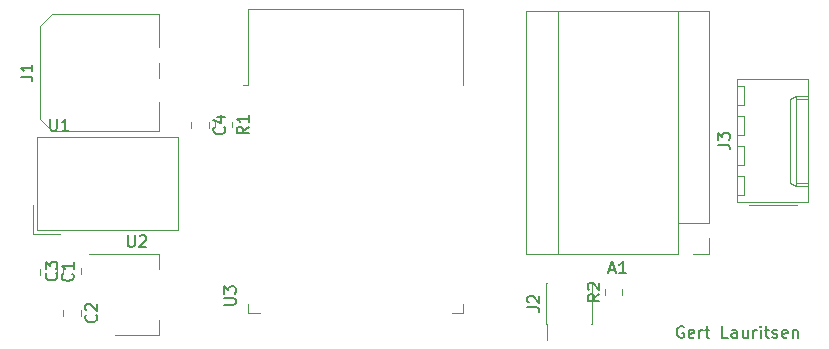
<source format=gbr>
%TF.GenerationSoftware,KiCad,Pcbnew,(6.0.0)*%
%TF.CreationDate,2022-01-25T19:48:24+01:00*%
%TF.ProjectId,ESP32_Blind,45535033-325f-4426-9c69-6e642e6b6963,rev?*%
%TF.SameCoordinates,Original*%
%TF.FileFunction,Legend,Top*%
%TF.FilePolarity,Positive*%
%FSLAX46Y46*%
G04 Gerber Fmt 4.6, Leading zero omitted, Abs format (unit mm)*
G04 Created by KiCad (PCBNEW (6.0.0)) date 2022-01-25 19:48:24*
%MOMM*%
%LPD*%
G01*
G04 APERTURE LIST*
%ADD10C,0.150000*%
%ADD11C,0.120000*%
G04 APERTURE END LIST*
D10*
X150928571Y-98500000D02*
X150833333Y-98452380D01*
X150690476Y-98452380D01*
X150547619Y-98500000D01*
X150452380Y-98595238D01*
X150404761Y-98690476D01*
X150357142Y-98880952D01*
X150357142Y-99023809D01*
X150404761Y-99214285D01*
X150452380Y-99309523D01*
X150547619Y-99404761D01*
X150690476Y-99452380D01*
X150785714Y-99452380D01*
X150928571Y-99404761D01*
X150976190Y-99357142D01*
X150976190Y-99023809D01*
X150785714Y-99023809D01*
X151785714Y-99404761D02*
X151690476Y-99452380D01*
X151500000Y-99452380D01*
X151404761Y-99404761D01*
X151357142Y-99309523D01*
X151357142Y-98928571D01*
X151404761Y-98833333D01*
X151500000Y-98785714D01*
X151690476Y-98785714D01*
X151785714Y-98833333D01*
X151833333Y-98928571D01*
X151833333Y-99023809D01*
X151357142Y-99119047D01*
X152261904Y-99452380D02*
X152261904Y-98785714D01*
X152261904Y-98976190D02*
X152309523Y-98880952D01*
X152357142Y-98833333D01*
X152452380Y-98785714D01*
X152547619Y-98785714D01*
X152738095Y-98785714D02*
X153119047Y-98785714D01*
X152880952Y-98452380D02*
X152880952Y-99309523D01*
X152928571Y-99404761D01*
X153023809Y-99452380D01*
X153119047Y-99452380D01*
X154690476Y-99452380D02*
X154214285Y-99452380D01*
X154214285Y-98452380D01*
X155452380Y-99452380D02*
X155452380Y-98928571D01*
X155404761Y-98833333D01*
X155309523Y-98785714D01*
X155119047Y-98785714D01*
X155023809Y-98833333D01*
X155452380Y-99404761D02*
X155357142Y-99452380D01*
X155119047Y-99452380D01*
X155023809Y-99404761D01*
X154976190Y-99309523D01*
X154976190Y-99214285D01*
X155023809Y-99119047D01*
X155119047Y-99071428D01*
X155357142Y-99071428D01*
X155452380Y-99023809D01*
X156357142Y-98785714D02*
X156357142Y-99452380D01*
X155928571Y-98785714D02*
X155928571Y-99309523D01*
X155976190Y-99404761D01*
X156071428Y-99452380D01*
X156214285Y-99452380D01*
X156309523Y-99404761D01*
X156357142Y-99357142D01*
X156833333Y-99452380D02*
X156833333Y-98785714D01*
X156833333Y-98976190D02*
X156880952Y-98880952D01*
X156928571Y-98833333D01*
X157023809Y-98785714D01*
X157119047Y-98785714D01*
X157452380Y-99452380D02*
X157452380Y-98785714D01*
X157452380Y-98452380D02*
X157404761Y-98500000D01*
X157452380Y-98547619D01*
X157500000Y-98500000D01*
X157452380Y-98452380D01*
X157452380Y-98547619D01*
X157785714Y-98785714D02*
X158166666Y-98785714D01*
X157928571Y-98452380D02*
X157928571Y-99309523D01*
X157976190Y-99404761D01*
X158071428Y-99452380D01*
X158166666Y-99452380D01*
X158452380Y-99404761D02*
X158547619Y-99452380D01*
X158738095Y-99452380D01*
X158833333Y-99404761D01*
X158880952Y-99309523D01*
X158880952Y-99261904D01*
X158833333Y-99166666D01*
X158738095Y-99119047D01*
X158595238Y-99119047D01*
X158500000Y-99071428D01*
X158452380Y-98976190D01*
X158452380Y-98928571D01*
X158500000Y-98833333D01*
X158595238Y-98785714D01*
X158738095Y-98785714D01*
X158833333Y-98833333D01*
X159690476Y-99404761D02*
X159595238Y-99452380D01*
X159404761Y-99452380D01*
X159309523Y-99404761D01*
X159261904Y-99309523D01*
X159261904Y-98928571D01*
X159309523Y-98833333D01*
X159404761Y-98785714D01*
X159595238Y-98785714D01*
X159690476Y-98833333D01*
X159738095Y-98928571D01*
X159738095Y-99023809D01*
X159261904Y-99119047D01*
X160166666Y-98785714D02*
X160166666Y-99452380D01*
X160166666Y-98880952D02*
X160214285Y-98833333D01*
X160309523Y-98785714D01*
X160452380Y-98785714D01*
X160547619Y-98833333D01*
X160595238Y-98928571D01*
X160595238Y-99452380D01*
%TO.C,J2*%
X137717380Y-96883333D02*
X138431666Y-96883333D01*
X138574523Y-96930952D01*
X138669761Y-97026190D01*
X138717380Y-97169047D01*
X138717380Y-97264285D01*
X137812619Y-96454761D02*
X137765000Y-96407142D01*
X137717380Y-96311904D01*
X137717380Y-96073809D01*
X137765000Y-95978571D01*
X137812619Y-95930952D01*
X137907857Y-95883333D01*
X138003095Y-95883333D01*
X138145952Y-95930952D01*
X138717380Y-96502380D01*
X138717380Y-95883333D01*
%TO.C,U2*%
X103888095Y-90752380D02*
X103888095Y-91561904D01*
X103935714Y-91657142D01*
X103983333Y-91704761D01*
X104078571Y-91752380D01*
X104269047Y-91752380D01*
X104364285Y-91704761D01*
X104411904Y-91657142D01*
X104459523Y-91561904D01*
X104459523Y-90752380D01*
X104888095Y-90847619D02*
X104935714Y-90800000D01*
X105030952Y-90752380D01*
X105269047Y-90752380D01*
X105364285Y-90800000D01*
X105411904Y-90847619D01*
X105459523Y-90942857D01*
X105459523Y-91038095D01*
X105411904Y-91180952D01*
X104840476Y-91752380D01*
X105459523Y-91752380D01*
%TO.C,J1*%
X94802380Y-77333333D02*
X95516666Y-77333333D01*
X95659523Y-77380952D01*
X95754761Y-77476190D01*
X95802380Y-77619047D01*
X95802380Y-77714285D01*
X95802380Y-76333333D02*
X95802380Y-76904761D01*
X95802380Y-76619047D02*
X94802380Y-76619047D01*
X94945238Y-76714285D01*
X95040476Y-76809523D01*
X95088095Y-76904761D01*
%TO.C,R1*%
X114102380Y-81579166D02*
X113626190Y-81912500D01*
X114102380Y-82150595D02*
X113102380Y-82150595D01*
X113102380Y-81769642D01*
X113150000Y-81674404D01*
X113197619Y-81626785D01*
X113292857Y-81579166D01*
X113435714Y-81579166D01*
X113530952Y-81626785D01*
X113578571Y-81674404D01*
X113626190Y-81769642D01*
X113626190Y-82150595D01*
X114102380Y-80626785D02*
X114102380Y-81198214D01*
X114102380Y-80912500D02*
X113102380Y-80912500D01*
X113245238Y-81007738D01*
X113340476Y-81102976D01*
X113388095Y-81198214D01*
%TO.C,A1*%
X144635714Y-93706666D02*
X145111904Y-93706666D01*
X144540476Y-93992380D02*
X144873809Y-92992380D01*
X145207142Y-93992380D01*
X146064285Y-93992380D02*
X145492857Y-93992380D01*
X145778571Y-93992380D02*
X145778571Y-92992380D01*
X145683333Y-93135238D01*
X145588095Y-93230476D01*
X145492857Y-93278095D01*
%TO.C,R2*%
X143802380Y-95754166D02*
X143326190Y-96087500D01*
X143802380Y-96325595D02*
X142802380Y-96325595D01*
X142802380Y-95944642D01*
X142850000Y-95849404D01*
X142897619Y-95801785D01*
X142992857Y-95754166D01*
X143135714Y-95754166D01*
X143230952Y-95801785D01*
X143278571Y-95849404D01*
X143326190Y-95944642D01*
X143326190Y-96325595D01*
X142897619Y-95373214D02*
X142850000Y-95325595D01*
X142802380Y-95230357D01*
X142802380Y-94992261D01*
X142850000Y-94897023D01*
X142897619Y-94849404D01*
X142992857Y-94801785D01*
X143088095Y-94801785D01*
X143230952Y-94849404D01*
X143802380Y-95420833D01*
X143802380Y-94801785D01*
%TO.C,U1*%
X97305595Y-80924880D02*
X97305595Y-81734404D01*
X97353214Y-81829642D01*
X97400833Y-81877261D01*
X97496071Y-81924880D01*
X97686547Y-81924880D01*
X97781785Y-81877261D01*
X97829404Y-81829642D01*
X97877023Y-81734404D01*
X97877023Y-80924880D01*
X98877023Y-81924880D02*
X98305595Y-81924880D01*
X98591309Y-81924880D02*
X98591309Y-80924880D01*
X98496071Y-81067738D01*
X98400833Y-81162976D01*
X98305595Y-81210595D01*
%TO.C,J3*%
X153832380Y-83103333D02*
X154546666Y-83103333D01*
X154689523Y-83150952D01*
X154784761Y-83246190D01*
X154832380Y-83389047D01*
X154832380Y-83484285D01*
X153832380Y-82722380D02*
X153832380Y-82103333D01*
X154213333Y-82436666D01*
X154213333Y-82293809D01*
X154260952Y-82198571D01*
X154308571Y-82150952D01*
X154403809Y-82103333D01*
X154641904Y-82103333D01*
X154737142Y-82150952D01*
X154784761Y-82198571D01*
X154832380Y-82293809D01*
X154832380Y-82579523D01*
X154784761Y-82674761D01*
X154737142Y-82722380D01*
%TO.C,C4*%
X112037142Y-81616666D02*
X112084761Y-81664285D01*
X112132380Y-81807142D01*
X112132380Y-81902380D01*
X112084761Y-82045238D01*
X111989523Y-82140476D01*
X111894285Y-82188095D01*
X111703809Y-82235714D01*
X111560952Y-82235714D01*
X111370476Y-82188095D01*
X111275238Y-82140476D01*
X111180000Y-82045238D01*
X111132380Y-81902380D01*
X111132380Y-81807142D01*
X111180000Y-81664285D01*
X111227619Y-81616666D01*
X111465714Y-80759523D02*
X112132380Y-80759523D01*
X111084761Y-80997619D02*
X111799047Y-81235714D01*
X111799047Y-80616666D01*
%TO.C,C3*%
X97827142Y-93966666D02*
X97874761Y-94014285D01*
X97922380Y-94157142D01*
X97922380Y-94252380D01*
X97874761Y-94395238D01*
X97779523Y-94490476D01*
X97684285Y-94538095D01*
X97493809Y-94585714D01*
X97350952Y-94585714D01*
X97160476Y-94538095D01*
X97065238Y-94490476D01*
X96970000Y-94395238D01*
X96922380Y-94252380D01*
X96922380Y-94157142D01*
X96970000Y-94014285D01*
X97017619Y-93966666D01*
X96922380Y-93633333D02*
X96922380Y-93014285D01*
X97303333Y-93347619D01*
X97303333Y-93204761D01*
X97350952Y-93109523D01*
X97398571Y-93061904D01*
X97493809Y-93014285D01*
X97731904Y-93014285D01*
X97827142Y-93061904D01*
X97874761Y-93109523D01*
X97922380Y-93204761D01*
X97922380Y-93490476D01*
X97874761Y-93585714D01*
X97827142Y-93633333D01*
%TO.C,U3*%
X112012380Y-96671904D02*
X112821904Y-96671904D01*
X112917142Y-96624285D01*
X112964761Y-96576666D01*
X113012380Y-96481428D01*
X113012380Y-96290952D01*
X112964761Y-96195714D01*
X112917142Y-96148095D01*
X112821904Y-96100476D01*
X112012380Y-96100476D01*
X112012380Y-95719523D02*
X112012380Y-95100476D01*
X112393333Y-95433809D01*
X112393333Y-95290952D01*
X112440952Y-95195714D01*
X112488571Y-95148095D01*
X112583809Y-95100476D01*
X112821904Y-95100476D01*
X112917142Y-95148095D01*
X112964761Y-95195714D01*
X113012380Y-95290952D01*
X113012380Y-95576666D01*
X112964761Y-95671904D01*
X112917142Y-95719523D01*
%TO.C,C2*%
X101187142Y-97516666D02*
X101234761Y-97564285D01*
X101282380Y-97707142D01*
X101282380Y-97802380D01*
X101234761Y-97945238D01*
X101139523Y-98040476D01*
X101044285Y-98088095D01*
X100853809Y-98135714D01*
X100710952Y-98135714D01*
X100520476Y-98088095D01*
X100425238Y-98040476D01*
X100330000Y-97945238D01*
X100282380Y-97802380D01*
X100282380Y-97707142D01*
X100330000Y-97564285D01*
X100377619Y-97516666D01*
X100377619Y-97135714D02*
X100330000Y-97088095D01*
X100282380Y-96992857D01*
X100282380Y-96754761D01*
X100330000Y-96659523D01*
X100377619Y-96611904D01*
X100472857Y-96564285D01*
X100568095Y-96564285D01*
X100710952Y-96611904D01*
X101282380Y-97183333D01*
X101282380Y-96564285D01*
%TO.C,C1*%
X99187142Y-94016666D02*
X99234761Y-94064285D01*
X99282380Y-94207142D01*
X99282380Y-94302380D01*
X99234761Y-94445238D01*
X99139523Y-94540476D01*
X99044285Y-94588095D01*
X98853809Y-94635714D01*
X98710952Y-94635714D01*
X98520476Y-94588095D01*
X98425238Y-94540476D01*
X98330000Y-94445238D01*
X98282380Y-94302380D01*
X98282380Y-94207142D01*
X98330000Y-94064285D01*
X98377619Y-94016666D01*
X99282380Y-93064285D02*
X99282380Y-93635714D01*
X99282380Y-93350000D02*
X98282380Y-93350000D01*
X98425238Y-93445238D01*
X98520476Y-93540476D01*
X98568095Y-93635714D01*
D11*
%TO.C,J2*%
X139265000Y-94785000D02*
X139330000Y-94785000D01*
X139265000Y-98315000D02*
X139330000Y-98315000D01*
X143130000Y-94785000D02*
X143195000Y-94785000D01*
X139330000Y-99640000D02*
X139330000Y-98315000D01*
X139265000Y-98315000D02*
X139265000Y-94785000D01*
X143130000Y-98315000D02*
X143195000Y-98315000D01*
X143195000Y-98315000D02*
X143195000Y-94785000D01*
%TO.C,U2*%
X102800000Y-99210000D02*
X106560000Y-99210000D01*
X100550000Y-92390000D02*
X106560000Y-92390000D01*
X106560000Y-92390000D02*
X106560000Y-93650000D01*
X106560000Y-99210000D02*
X106560000Y-97950000D01*
%TO.C,J1*%
X96440000Y-73065000D02*
X97440000Y-72065000D01*
X106560000Y-81935000D02*
X97440000Y-81935000D01*
X106560000Y-81935000D02*
X106560000Y-79510000D01*
X97440000Y-72065000D02*
X106560000Y-72065000D01*
X106560000Y-77490000D02*
X106560000Y-76151767D01*
X97440000Y-81935000D02*
X96440000Y-80935000D01*
X96440000Y-80935000D02*
X96440000Y-73065000D01*
X106560000Y-72065000D02*
X106560000Y-74848233D01*
%TO.C,R1*%
X111265000Y-81185436D02*
X111265000Y-81639564D01*
X112735000Y-81185436D02*
X112735000Y-81639564D01*
%TO.C,A1*%
X140270000Y-92400000D02*
X140270000Y-71820000D01*
X150430000Y-92400000D02*
X150430000Y-89730000D01*
X153100000Y-71820000D02*
X137600000Y-71820000D01*
X150430000Y-89730000D02*
X153100000Y-89730000D01*
X137600000Y-92400000D02*
X150430000Y-92400000D01*
X153100000Y-89730000D02*
X153100000Y-71820000D01*
X137600000Y-71820000D02*
X137600000Y-92400000D01*
X153100000Y-92400000D02*
X153100000Y-91000000D01*
X151700000Y-92400000D02*
X153100000Y-92400000D01*
X150430000Y-89730000D02*
X150430000Y-71820000D01*
%TO.C,R2*%
X145735000Y-95814564D02*
X145735000Y-95360436D01*
X144265000Y-95814564D02*
X144265000Y-95360436D01*
%TO.C,U1*%
X96147500Y-90302500D02*
X96147500Y-82452500D01*
X96147500Y-82452500D02*
X108087500Y-82452500D01*
X95817500Y-88182500D02*
X95817500Y-90632500D01*
X108087500Y-90302500D02*
X96147500Y-90302500D01*
X95817500Y-90632500D02*
X98147500Y-90632500D01*
X108087500Y-82452500D02*
X108087500Y-90302500D01*
%TO.C,J3*%
X159960000Y-86330000D02*
X159960000Y-79210000D01*
X156070000Y-83240000D02*
X155470000Y-83240000D01*
X160490000Y-78960000D02*
X161490000Y-78960000D01*
X155470000Y-77580000D02*
X155470000Y-87960000D01*
X159960000Y-79210000D02*
X160490000Y-78960000D01*
X160490000Y-86580000D02*
X160490000Y-78960000D01*
X160490000Y-86580000D02*
X159960000Y-86330000D01*
X161490000Y-87960000D02*
X161490000Y-77580000D01*
X156070000Y-84840000D02*
X156070000Y-83240000D01*
X161490000Y-86580000D02*
X160490000Y-86580000D01*
X155470000Y-84840000D02*
X156070000Y-84840000D01*
X156070000Y-87380000D02*
X156070000Y-85780000D01*
X155470000Y-87380000D02*
X156070000Y-87380000D01*
X156070000Y-78160000D02*
X155470000Y-78160000D01*
X156070000Y-79760000D02*
X156070000Y-78160000D01*
X155470000Y-79760000D02*
X156070000Y-79760000D01*
X161490000Y-79210000D02*
X160490000Y-79210000D01*
X161490000Y-86330000D02*
X160490000Y-86330000D01*
X156070000Y-85780000D02*
X155470000Y-85780000D01*
X156070000Y-80700000D02*
X155470000Y-80700000D01*
X156070000Y-82300000D02*
X156070000Y-80700000D01*
X155470000Y-87960000D02*
X161490000Y-87960000D01*
X156500000Y-88250000D02*
X160500000Y-88250000D01*
X161490000Y-77580000D02*
X155470000Y-77580000D01*
X155470000Y-82300000D02*
X156070000Y-82300000D01*
%TO.C,C4*%
X110735000Y-81188748D02*
X110735000Y-81711252D01*
X109265000Y-81188748D02*
X109265000Y-81711252D01*
%TO.C,C3*%
X98415000Y-94061252D02*
X98415000Y-93538748D01*
X99885000Y-94061252D02*
X99885000Y-93538748D01*
%TO.C,U3*%
X132290000Y-97360000D02*
X131290000Y-97360000D01*
X114050000Y-97360000D02*
X115050000Y-97360000D01*
X114050000Y-71615000D02*
X132290000Y-71615000D01*
X132290000Y-71615000D02*
X132290000Y-78035000D01*
X114050000Y-71615000D02*
X114050000Y-78035000D01*
X114050000Y-78035000D02*
X113670000Y-78035000D01*
X114050000Y-96580000D02*
X114050000Y-97360000D01*
X132290000Y-96580000D02*
X132290000Y-97360000D01*
%TO.C,C2*%
X99885000Y-97088748D02*
X99885000Y-97611252D01*
X98415000Y-97088748D02*
X98415000Y-97611252D01*
%TO.C,C1*%
X97885000Y-93588748D02*
X97885000Y-94111252D01*
X96415000Y-93588748D02*
X96415000Y-94111252D01*
%TD*%
M02*

</source>
